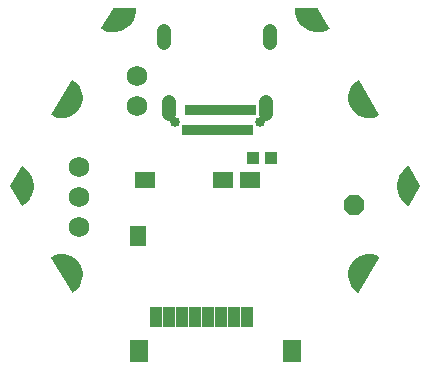
<source format=gbr>
G04 EAGLE Gerber RS-274X export*
G75*
%MOMM*%
%FSLAX34Y34*%
%LPD*%
%INSoldermask Top*%
%IPPOS*%
%AMOC8*
5,1,8,0,0,1.08239X$1,22.5*%
G01*
%ADD10P,1.869504X8X22.500000*%
%ADD11C,1.727200*%
%ADD12R,0.493200X0.903200*%
%ADD13C,0.853200*%
%ADD14C,1.211200*%
%ADD15C,1.733200*%
%ADD16R,1.016000X1.701800*%
%ADD17R,1.600200X1.905000*%
%ADD18R,1.346200X1.701800*%
%ADD19R,1.701800X1.346200*%
%ADD20C,1.203200*%
%ADD21R,1.003200X1.003200*%

G36*
X-121393Y60622D02*
X-121393Y60622D01*
X-121322Y60619D01*
X-121295Y60630D01*
X-121266Y60632D01*
X-121176Y60674D01*
X-121136Y60689D01*
X-121128Y60697D01*
X-121115Y60702D01*
X-118812Y62302D01*
X-118788Y62327D01*
X-118748Y62354D01*
X-116739Y64311D01*
X-116720Y64340D01*
X-116685Y64374D01*
X-115026Y66634D01*
X-115011Y66666D01*
X-114982Y66705D01*
X-113718Y69208D01*
X-113709Y69241D01*
X-113687Y69284D01*
X-112851Y71961D01*
X-112848Y71996D01*
X-112833Y72042D01*
X-112450Y74820D01*
X-112452Y74855D01*
X-112446Y74902D01*
X-112525Y77706D01*
X-112533Y77740D01*
X-112534Y77788D01*
X-113073Y80540D01*
X-113087Y80572D01*
X-113096Y80619D01*
X-114081Y83245D01*
X-114096Y83270D01*
X-114101Y83289D01*
X-114109Y83300D01*
X-114116Y83319D01*
X-115520Y85747D01*
X-115543Y85773D01*
X-115567Y85815D01*
X-117351Y87979D01*
X-117378Y88000D01*
X-117409Y88038D01*
X-119525Y89878D01*
X-119555Y89895D01*
X-119591Y89927D01*
X-121982Y91394D01*
X-122014Y91406D01*
X-122055Y91431D01*
X-124654Y92485D01*
X-124688Y92491D01*
X-124733Y92509D01*
X-127470Y93121D01*
X-127505Y93122D01*
X-127552Y93132D01*
X-130352Y93285D01*
X-130386Y93280D01*
X-130434Y93283D01*
X-133222Y92972D01*
X-133255Y92962D01*
X-133303Y92956D01*
X-136001Y92191D01*
X-136031Y92176D01*
X-136078Y92162D01*
X-138613Y90964D01*
X-138637Y90946D01*
X-138664Y90936D01*
X-138716Y90887D01*
X-138773Y90845D01*
X-138787Y90820D01*
X-138809Y90800D01*
X-138837Y90734D01*
X-138873Y90673D01*
X-138876Y90644D01*
X-138888Y90617D01*
X-138889Y90546D01*
X-138898Y90476D01*
X-138890Y90448D01*
X-138890Y90418D01*
X-138856Y90326D01*
X-138844Y90284D01*
X-138837Y90276D01*
X-138832Y90263D01*
X-121832Y60863D01*
X-121813Y60841D01*
X-121800Y60814D01*
X-121747Y60767D01*
X-121700Y60714D01*
X-121674Y60701D01*
X-121652Y60682D01*
X-121585Y60659D01*
X-121521Y60628D01*
X-121492Y60627D01*
X-121464Y60617D01*
X-121393Y60622D01*
G37*
G36*
X130386Y208345D02*
X130386Y208345D01*
X130434Y208343D01*
X133222Y208653D01*
X133255Y208663D01*
X133303Y208669D01*
X136001Y209434D01*
X136031Y209450D01*
X136078Y209463D01*
X138613Y210661D01*
X138637Y210679D01*
X138664Y210689D01*
X138716Y210738D01*
X138773Y210780D01*
X138787Y210805D01*
X138809Y210825D01*
X138837Y210891D01*
X138873Y210952D01*
X138876Y210981D01*
X138888Y211008D01*
X138889Y211079D01*
X138898Y211149D01*
X138890Y211177D01*
X138890Y211207D01*
X138856Y211299D01*
X138844Y211341D01*
X138837Y211350D01*
X138832Y211362D01*
X121832Y240762D01*
X121813Y240784D01*
X121800Y240811D01*
X121747Y240858D01*
X121700Y240911D01*
X121674Y240924D01*
X121652Y240943D01*
X121585Y240966D01*
X121521Y240997D01*
X121492Y240998D01*
X121464Y241008D01*
X121393Y241003D01*
X121322Y241006D01*
X121295Y240995D01*
X121266Y240993D01*
X121176Y240951D01*
X121136Y240936D01*
X121128Y240929D01*
X121115Y240923D01*
X118812Y239323D01*
X118788Y239298D01*
X118748Y239271D01*
X116739Y237314D01*
X116720Y237285D01*
X116685Y237251D01*
X115026Y234991D01*
X115011Y234959D01*
X114982Y234920D01*
X113718Y232417D01*
X113709Y232384D01*
X113687Y232341D01*
X112851Y229664D01*
X112848Y229629D01*
X112833Y229583D01*
X112450Y226805D01*
X112452Y226770D01*
X112446Y226723D01*
X112525Y223919D01*
X112533Y223885D01*
X112534Y223837D01*
X113073Y221085D01*
X113087Y221053D01*
X113096Y221006D01*
X114081Y218380D01*
X114099Y218351D01*
X114116Y218306D01*
X115520Y215878D01*
X115543Y215852D01*
X115567Y215810D01*
X117351Y213646D01*
X117378Y213625D01*
X117409Y213587D01*
X119525Y211747D01*
X119555Y211730D01*
X119591Y211698D01*
X121982Y210231D01*
X122014Y210219D01*
X122055Y210194D01*
X124654Y209140D01*
X124688Y209134D01*
X124733Y209116D01*
X127470Y208504D01*
X127505Y208503D01*
X127552Y208493D01*
X130352Y208340D01*
X130386Y208345D01*
G37*
G36*
X121426Y60623D02*
X121426Y60623D01*
X121497Y60623D01*
X121524Y60634D01*
X121553Y60637D01*
X121615Y60672D01*
X121680Y60699D01*
X121701Y60720D01*
X121726Y60734D01*
X121789Y60811D01*
X121819Y60841D01*
X121823Y60852D01*
X121832Y60863D01*
X138832Y90263D01*
X138841Y90290D01*
X138858Y90314D01*
X138873Y90384D01*
X138895Y90451D01*
X138893Y90480D01*
X138899Y90509D01*
X138886Y90579D01*
X138880Y90649D01*
X138867Y90675D01*
X138861Y90704D01*
X138821Y90763D01*
X138789Y90826D01*
X138766Y90845D01*
X138750Y90869D01*
X138668Y90926D01*
X138635Y90953D01*
X138625Y90956D01*
X138613Y90964D01*
X136078Y92162D01*
X136044Y92171D01*
X136001Y92191D01*
X133303Y92956D01*
X133268Y92959D01*
X133222Y92972D01*
X130434Y93283D01*
X130400Y93279D01*
X130352Y93285D01*
X127552Y93132D01*
X127518Y93123D01*
X127470Y93121D01*
X124733Y92509D01*
X124701Y92495D01*
X124654Y92485D01*
X122055Y91431D01*
X122026Y91412D01*
X121982Y91394D01*
X119591Y89927D01*
X119566Y89903D01*
X119525Y89878D01*
X117409Y88038D01*
X117388Y88010D01*
X117351Y87979D01*
X115567Y85815D01*
X115551Y85784D01*
X115520Y85747D01*
X114116Y83319D01*
X114105Y83287D01*
X114098Y83275D01*
X114088Y83259D01*
X114088Y83257D01*
X114081Y83245D01*
X113096Y80619D01*
X113090Y80585D01*
X113073Y80540D01*
X112534Y77788D01*
X112534Y77753D01*
X112525Y77706D01*
X112446Y74902D01*
X112452Y74868D01*
X112450Y74820D01*
X112833Y72042D01*
X112845Y72009D01*
X112851Y71961D01*
X113687Y69284D01*
X113704Y69254D01*
X113718Y69208D01*
X114982Y66705D01*
X115004Y66677D01*
X115026Y66634D01*
X116685Y64374D01*
X116711Y64350D01*
X116739Y64311D01*
X118748Y62354D01*
X118777Y62336D01*
X118812Y62302D01*
X121115Y60702D01*
X121142Y60691D01*
X121165Y60672D01*
X121233Y60652D01*
X121298Y60624D01*
X121327Y60624D01*
X121355Y60615D01*
X121426Y60623D01*
G37*
G36*
X-127552Y208493D02*
X-127552Y208493D01*
X-127518Y208502D01*
X-127470Y208504D01*
X-124733Y209116D01*
X-124701Y209130D01*
X-124654Y209140D01*
X-122055Y210194D01*
X-122026Y210213D01*
X-121982Y210231D01*
X-119591Y211698D01*
X-119566Y211722D01*
X-119525Y211747D01*
X-117409Y213587D01*
X-117388Y213615D01*
X-117351Y213646D01*
X-115567Y215810D01*
X-115551Y215841D01*
X-115520Y215878D01*
X-114116Y218306D01*
X-114105Y218338D01*
X-114081Y218380D01*
X-113096Y221006D01*
X-113090Y221040D01*
X-113073Y221085D01*
X-112534Y223837D01*
X-112534Y223872D01*
X-112525Y223919D01*
X-112446Y226723D01*
X-112452Y226757D01*
X-112450Y226805D01*
X-112833Y229583D01*
X-112845Y229616D01*
X-112851Y229664D01*
X-113687Y232341D01*
X-113704Y232371D01*
X-113718Y232417D01*
X-114982Y234920D01*
X-115004Y234948D01*
X-115026Y234991D01*
X-116685Y237251D01*
X-116711Y237275D01*
X-116739Y237314D01*
X-118748Y239271D01*
X-118777Y239289D01*
X-118812Y239323D01*
X-121115Y240923D01*
X-121142Y240934D01*
X-121165Y240953D01*
X-121233Y240973D01*
X-121298Y241001D01*
X-121327Y241001D01*
X-121355Y241010D01*
X-121426Y241002D01*
X-121497Y241002D01*
X-121524Y240991D01*
X-121553Y240988D01*
X-121615Y240953D01*
X-121680Y240926D01*
X-121701Y240905D01*
X-121726Y240891D01*
X-121789Y240814D01*
X-121819Y240784D01*
X-121823Y240773D01*
X-121832Y240762D01*
X-138832Y211362D01*
X-138841Y211335D01*
X-138858Y211311D01*
X-138873Y211241D01*
X-138895Y211174D01*
X-138893Y211145D01*
X-138899Y211116D01*
X-138886Y211046D01*
X-138880Y210976D01*
X-138867Y210950D01*
X-138861Y210921D01*
X-138821Y210862D01*
X-138789Y210799D01*
X-138766Y210780D01*
X-138750Y210756D01*
X-138668Y210699D01*
X-138635Y210672D01*
X-138625Y210669D01*
X-138613Y210661D01*
X-136078Y209463D01*
X-136044Y209454D01*
X-136001Y209434D01*
X-133303Y208669D01*
X-133268Y208666D01*
X-133222Y208653D01*
X-130434Y208343D01*
X-130400Y208346D01*
X-130352Y208340D01*
X-127552Y208493D01*
G37*
G36*
X163727Y133823D02*
X163727Y133823D01*
X163798Y133823D01*
X163825Y133834D01*
X163854Y133837D01*
X163916Y133873D01*
X163981Y133900D01*
X164002Y133921D01*
X164027Y133935D01*
X164090Y134012D01*
X164120Y134043D01*
X164124Y134053D01*
X164133Y134063D01*
X173633Y150563D01*
X173643Y150595D01*
X173652Y150608D01*
X173656Y150633D01*
X173657Y150636D01*
X173688Y150707D01*
X173688Y150730D01*
X173696Y150752D01*
X173690Y150829D01*
X173691Y150906D01*
X173681Y150930D01*
X173680Y150950D01*
X173659Y150990D01*
X173633Y151062D01*
X164133Y167562D01*
X164114Y167583D01*
X164101Y167610D01*
X164048Y167657D01*
X164001Y167711D01*
X163975Y167723D01*
X163954Y167743D01*
X163886Y167766D01*
X163822Y167797D01*
X163793Y167798D01*
X163766Y167807D01*
X163694Y167803D01*
X163623Y167806D01*
X163596Y167796D01*
X163567Y167794D01*
X163477Y167751D01*
X163437Y167737D01*
X163429Y167729D01*
X163416Y167723D01*
X160893Y165982D01*
X160869Y165957D01*
X160831Y165931D01*
X158619Y163807D01*
X158600Y163779D01*
X158566Y163747D01*
X156724Y161295D01*
X156710Y161265D01*
X156681Y161227D01*
X155256Y158512D01*
X155247Y158481D01*
X155231Y158456D01*
X155230Y158448D01*
X155225Y158439D01*
X154254Y155530D01*
X154250Y155496D01*
X154235Y155452D01*
X153743Y152426D01*
X153744Y152392D01*
X153736Y152346D01*
X153736Y149279D01*
X153737Y149276D01*
X153737Y149273D01*
X153743Y149247D01*
X153743Y149246D01*
X153743Y149199D01*
X154235Y146173D01*
X154247Y146141D01*
X154254Y146095D01*
X155225Y143186D01*
X155242Y143157D01*
X155256Y143113D01*
X156681Y140398D01*
X156703Y140371D01*
X156724Y140330D01*
X158566Y137878D01*
X158591Y137856D01*
X158619Y137818D01*
X160831Y135694D01*
X160859Y135676D01*
X160893Y135643D01*
X163416Y133902D01*
X163443Y133890D01*
X163465Y133872D01*
X163534Y133852D01*
X163599Y133824D01*
X163628Y133823D01*
X163656Y133815D01*
X163727Y133823D01*
G37*
G36*
X-163694Y133822D02*
X-163694Y133822D01*
X-163623Y133819D01*
X-163596Y133829D01*
X-163567Y133831D01*
X-163477Y133874D01*
X-163437Y133888D01*
X-163429Y133896D01*
X-163416Y133902D01*
X-160893Y135643D01*
X-160869Y135668D01*
X-160831Y135694D01*
X-158619Y137818D01*
X-158600Y137846D01*
X-158566Y137878D01*
X-156724Y140330D01*
X-156710Y140360D01*
X-156681Y140398D01*
X-155256Y143113D01*
X-155247Y143145D01*
X-155225Y143186D01*
X-154254Y146095D01*
X-154250Y146129D01*
X-154235Y146173D01*
X-153743Y149199D01*
X-153744Y149233D01*
X-153736Y149279D01*
X-153736Y152346D01*
X-153743Y152379D01*
X-153743Y152426D01*
X-154235Y155452D01*
X-154247Y155484D01*
X-154254Y155530D01*
X-155225Y158439D01*
X-155238Y158462D01*
X-155244Y158486D01*
X-155251Y158496D01*
X-155256Y158512D01*
X-156681Y161227D01*
X-156703Y161254D01*
X-156724Y161295D01*
X-158566Y163747D01*
X-158591Y163769D01*
X-158619Y163807D01*
X-160831Y165931D01*
X-160859Y165949D01*
X-160893Y165982D01*
X-163416Y167723D01*
X-163443Y167735D01*
X-163465Y167753D01*
X-163534Y167774D01*
X-163599Y167801D01*
X-163628Y167802D01*
X-163656Y167810D01*
X-163727Y167802D01*
X-163798Y167802D01*
X-163825Y167791D01*
X-163854Y167788D01*
X-163916Y167753D01*
X-163981Y167725D01*
X-164002Y167704D01*
X-164027Y167690D01*
X-164090Y167613D01*
X-164120Y167582D01*
X-164124Y167572D01*
X-164133Y167562D01*
X-173633Y151062D01*
X-173657Y150989D01*
X-173688Y150918D01*
X-173688Y150895D01*
X-173696Y150873D01*
X-173690Y150796D01*
X-173691Y150719D01*
X-173681Y150695D01*
X-173680Y150675D01*
X-173659Y150635D01*
X-173640Y150583D01*
X-173639Y150578D01*
X-173637Y150576D01*
X-173633Y150563D01*
X-164133Y134063D01*
X-164114Y134042D01*
X-164101Y134015D01*
X-164048Y133968D01*
X-164001Y133914D01*
X-163975Y133902D01*
X-163954Y133882D01*
X-163886Y133859D01*
X-163822Y133828D01*
X-163793Y133827D01*
X-163766Y133818D01*
X-163694Y133822D01*
G37*
G36*
X87369Y281298D02*
X87369Y281298D01*
X87416Y281295D01*
X90454Y281661D01*
X90486Y281671D01*
X90532Y281677D01*
X93472Y282524D01*
X93502Y282540D01*
X93548Y282553D01*
X96314Y283861D01*
X96336Y283878D01*
X96363Y283888D01*
X96415Y283937D01*
X96473Y283980D01*
X96487Y284005D01*
X96508Y284025D01*
X96537Y284090D01*
X96573Y284152D01*
X96576Y284181D01*
X96588Y284207D01*
X96589Y284279D01*
X96598Y284349D01*
X96590Y284377D01*
X96591Y284406D01*
X96555Y284500D01*
X96544Y284541D01*
X96537Y284549D01*
X96533Y284562D01*
X87033Y301062D01*
X86981Y301120D01*
X86935Y301183D01*
X86916Y301194D01*
X86901Y301211D01*
X86831Y301244D01*
X86764Y301284D01*
X86740Y301288D01*
X86722Y301297D01*
X86677Y301299D01*
X86600Y301312D01*
X67600Y301312D01*
X67572Y301306D01*
X67544Y301309D01*
X67476Y301286D01*
X67405Y301272D01*
X67382Y301256D01*
X67355Y301247D01*
X67300Y301200D01*
X67241Y301160D01*
X67226Y301136D01*
X67205Y301117D01*
X67173Y301053D01*
X67134Y300992D01*
X67129Y300964D01*
X67117Y300939D01*
X67108Y300837D01*
X67101Y300796D01*
X67103Y300786D01*
X67102Y300773D01*
X67345Y297723D01*
X67354Y297690D01*
X67358Y297643D01*
X68086Y294672D01*
X68101Y294641D01*
X68112Y294595D01*
X69308Y291779D01*
X69327Y291751D01*
X69345Y291708D01*
X70977Y289120D01*
X71001Y289095D01*
X71025Y289055D01*
X73052Y286763D01*
X73079Y286742D01*
X73110Y286707D01*
X75478Y284769D01*
X75508Y284753D01*
X75544Y284723D01*
X78192Y283190D01*
X78224Y283179D01*
X78264Y283155D01*
X81124Y282067D01*
X81157Y282061D01*
X81201Y282045D01*
X84198Y281429D01*
X84232Y281429D01*
X84278Y281419D01*
X87335Y281292D01*
X87369Y281298D01*
G37*
G36*
X-84278Y281419D02*
X-84278Y281419D01*
X-84245Y281427D01*
X-84198Y281429D01*
X-81201Y282045D01*
X-81170Y282058D01*
X-81124Y282067D01*
X-78264Y283155D01*
X-78236Y283174D01*
X-78192Y283190D01*
X-75544Y284723D01*
X-75518Y284746D01*
X-75478Y284769D01*
X-73110Y286707D01*
X-73088Y286733D01*
X-73052Y286763D01*
X-71025Y289055D01*
X-71009Y289085D01*
X-70977Y289120D01*
X-69345Y291708D01*
X-69333Y291740D01*
X-69308Y291779D01*
X-68112Y294595D01*
X-68105Y294629D01*
X-68086Y294672D01*
X-67358Y297643D01*
X-67356Y297677D01*
X-67345Y297723D01*
X-67102Y300773D01*
X-67106Y300801D01*
X-67101Y300829D01*
X-67118Y300899D01*
X-67126Y300970D01*
X-67141Y300995D01*
X-67147Y301022D01*
X-67190Y301080D01*
X-67226Y301143D01*
X-67248Y301160D01*
X-67265Y301183D01*
X-67327Y301219D01*
X-67384Y301263D01*
X-67412Y301270D01*
X-67436Y301284D01*
X-67536Y301301D01*
X-67577Y301311D01*
X-67587Y301310D01*
X-67600Y301312D01*
X-86600Y301312D01*
X-86676Y301296D01*
X-86754Y301288D01*
X-86773Y301277D01*
X-86795Y301272D01*
X-86859Y301228D01*
X-86927Y301190D01*
X-86943Y301171D01*
X-86959Y301160D01*
X-86983Y301122D01*
X-87033Y301062D01*
X-96533Y284562D01*
X-96542Y284534D01*
X-96558Y284511D01*
X-96573Y284441D01*
X-96596Y284373D01*
X-96593Y284345D01*
X-96599Y284316D01*
X-96586Y284246D01*
X-96580Y284175D01*
X-96567Y284149D01*
X-96561Y284121D01*
X-96521Y284062D01*
X-96488Y283998D01*
X-96466Y283980D01*
X-96450Y283956D01*
X-96367Y283899D01*
X-96335Y283872D01*
X-96324Y283869D01*
X-96314Y283861D01*
X-93548Y282553D01*
X-93515Y282545D01*
X-93472Y282524D01*
X-90532Y281677D01*
X-90498Y281674D01*
X-90454Y281661D01*
X-87416Y281295D01*
X-87382Y281298D01*
X-87335Y281292D01*
X-84278Y281419D01*
G37*
D10*
X117475Y134938D03*
D11*
X-115888Y166688D03*
X-115888Y141288D03*
X-115888Y115888D03*
D12*
X29088Y198188D03*
X24088Y198188D03*
X19088Y198188D03*
X14088Y198188D03*
X9088Y198188D03*
X4088Y198188D03*
X-913Y198188D03*
X-5913Y198188D03*
X-10913Y198188D03*
X-15913Y198188D03*
X-20913Y198188D03*
X-25913Y198188D03*
X-23413Y215188D03*
X-18413Y215188D03*
X-13413Y215188D03*
X-8413Y215188D03*
X-3413Y215188D03*
X1588Y215188D03*
X6588Y215188D03*
X11588Y215188D03*
X16588Y215188D03*
X21588Y215188D03*
X26588Y215188D03*
X31588Y215188D03*
D13*
X37588Y204788D03*
X-34413Y204788D03*
D14*
X42888Y212248D02*
X42888Y222328D01*
X-39713Y222328D02*
X-39713Y212248D01*
X-43313Y271748D02*
X-43313Y281828D01*
X46488Y281828D02*
X46488Y271748D01*
D15*
X-66675Y244475D03*
X-66675Y219075D03*
D16*
X27000Y40318D03*
X16000Y40318D03*
X5000Y40318D03*
X-6000Y40318D03*
X-17000Y40318D03*
X-28000Y40318D03*
X-39000Y40318D03*
X-50000Y40318D03*
D17*
X64500Y11318D03*
X-64500Y11318D03*
D18*
X-65750Y108818D03*
D19*
X29000Y156068D03*
X6000Y156068D03*
X-60000Y156068D03*
D20*
X-165200Y150813D03*
X-82600Y293913D03*
X82600Y293913D03*
X165200Y150813D03*
X-123900Y79313D03*
X-123900Y222313D03*
X123900Y222313D03*
X123900Y79313D03*
D21*
X47188Y174625D03*
X32188Y174625D03*
M02*

</source>
